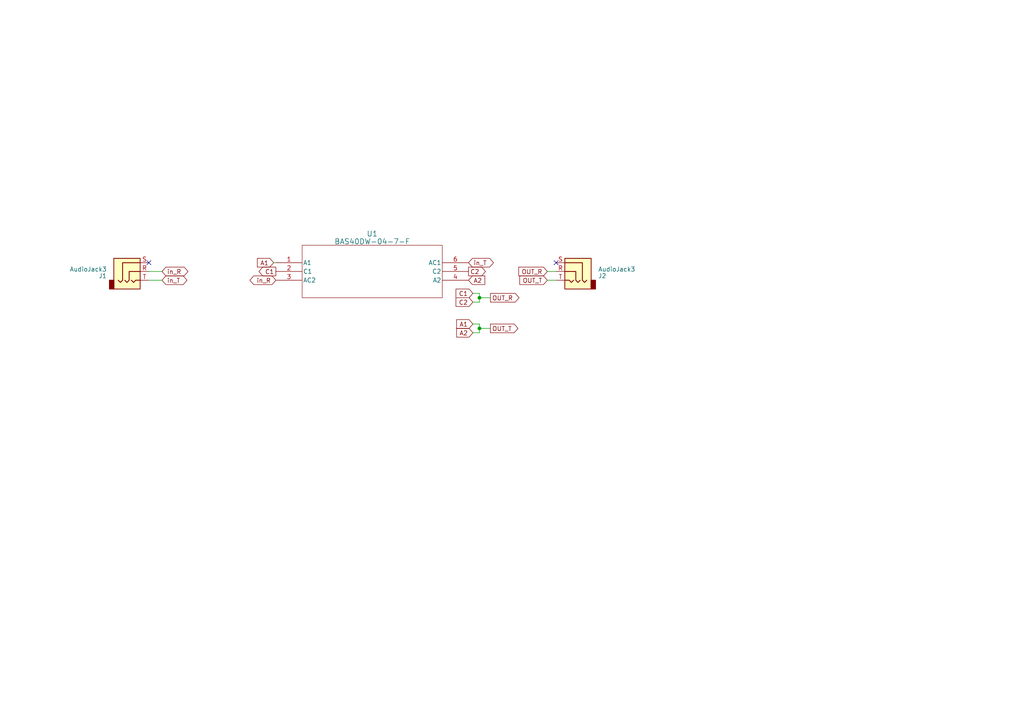
<source format=kicad_sch>
(kicad_sch (version 20230121) (generator eeschema)

  (uuid beeea8cc-68fd-4ad4-8b01-7731728d2b9b)

  (paper "A4")

  (lib_symbols
    (symbol "BAS70DW-04:BAS70DW-04-7-F" (pin_names (offset 0.254)) (in_bom yes) (on_board yes)
      (property "Reference" "U" (at 27.94 10.16 0)
        (effects (font (size 1.524 1.524)))
      )
      (property "Value" "BAS70DW-04-7-F" (at 27.94 7.62 0)
        (effects (font (size 1.524 1.524)))
      )
      (property "Footprint" "SOT-363_DIO" (at 0 0 0)
        (effects (font (size 1.27 1.27) italic) hide)
      )
      (property "Datasheet" "BAS70DW-04-7-F" (at 0 0 0)
        (effects (font (size 1.27 1.27) italic) hide)
      )
      (property "ki_locked" "" (at 0 0 0)
        (effects (font (size 1.27 1.27)))
      )
      (property "ki_keywords" "BAS70DW-04-7-F" (at 0 0 0)
        (effects (font (size 1.27 1.27)) hide)
      )
      (property "ki_fp_filters" "SOT-363_DIO" (at 0 0 0)
        (effects (font (size 1.27 1.27)) hide)
      )
      (symbol "BAS70DW-04-7-F_0_1"
        (polyline
          (pts
            (xy 7.62 -10.16)
            (xy 48.26 -10.16)
          )
          (stroke (width 0.127) (type default))
          (fill (type none))
        )
        (polyline
          (pts
            (xy 7.62 5.08)
            (xy 7.62 -10.16)
          )
          (stroke (width 0.127) (type default))
          (fill (type none))
        )
        (polyline
          (pts
            (xy 48.26 -10.16)
            (xy 48.26 5.08)
          )
          (stroke (width 0.127) (type default))
          (fill (type none))
        )
        (polyline
          (pts
            (xy 48.26 5.08)
            (xy 7.62 5.08)
          )
          (stroke (width 0.127) (type default))
          (fill (type none))
        )
        (pin unspecified line (at 0 0 0) (length 7.62)
          (name "A1" (effects (font (size 1.27 1.27))))
          (number "1" (effects (font (size 1.27 1.27))))
        )
        (pin unspecified line (at 0 -2.54 0) (length 7.62)
          (name "C1" (effects (font (size 1.27 1.27))))
          (number "2" (effects (font (size 1.27 1.27))))
        )
        (pin unspecified line (at 0 -5.08 0) (length 7.62)
          (name "AC2" (effects (font (size 1.27 1.27))))
          (number "3" (effects (font (size 1.27 1.27))))
        )
        (pin unspecified line (at 55.88 -5.08 180) (length 7.62)
          (name "A2" (effects (font (size 1.27 1.27))))
          (number "4" (effects (font (size 1.27 1.27))))
        )
        (pin unspecified line (at 55.88 -2.54 180) (length 7.62)
          (name "C2" (effects (font (size 1.27 1.27))))
          (number "5" (effects (font (size 1.27 1.27))))
        )
        (pin unspecified line (at 55.88 0 180) (length 7.62)
          (name "AC1" (effects (font (size 1.27 1.27))))
          (number "6" (effects (font (size 1.27 1.27))))
        )
      )
    )
    (symbol "Connector_Audio:AudioJack3" (in_bom yes) (on_board yes)
      (property "Reference" "J" (at 0 8.89 0)
        (effects (font (size 1.27 1.27)))
      )
      (property "Value" "AudioJack3" (at 0 6.35 0)
        (effects (font (size 1.27 1.27)))
      )
      (property "Footprint" "" (at 0 0 0)
        (effects (font (size 1.27 1.27)) hide)
      )
      (property "Datasheet" "~" (at 0 0 0)
        (effects (font (size 1.27 1.27)) hide)
      )
      (property "ki_keywords" "audio jack receptacle stereo headphones phones TRS connector" (at 0 0 0)
        (effects (font (size 1.27 1.27)) hide)
      )
      (property "ki_description" "Audio Jack, 3 Poles (Stereo / TRS)" (at 0 0 0)
        (effects (font (size 1.27 1.27)) hide)
      )
      (property "ki_fp_filters" "Jack*" (at 0 0 0)
        (effects (font (size 1.27 1.27)) hide)
      )
      (symbol "AudioJack3_0_1"
        (rectangle (start -5.08 -5.08) (end -6.35 -2.54)
          (stroke (width 0.254) (type default))
          (fill (type outline))
        )
        (polyline
          (pts
            (xy 0 -2.54)
            (xy 0.635 -3.175)
            (xy 1.27 -2.54)
            (xy 2.54 -2.54)
          )
          (stroke (width 0.254) (type default))
          (fill (type none))
        )
        (polyline
          (pts
            (xy -1.905 -2.54)
            (xy -1.27 -3.175)
            (xy -0.635 -2.54)
            (xy -0.635 0)
            (xy 2.54 0)
          )
          (stroke (width 0.254) (type default))
          (fill (type none))
        )
        (polyline
          (pts
            (xy 2.54 2.54)
            (xy -2.54 2.54)
            (xy -2.54 -2.54)
            (xy -3.175 -3.175)
            (xy -3.81 -2.54)
          )
          (stroke (width 0.254) (type default))
          (fill (type none))
        )
        (rectangle (start 2.54 3.81) (end -5.08 -5.08)
          (stroke (width 0.254) (type default))
          (fill (type background))
        )
      )
      (symbol "AudioJack3_1_1"
        (pin passive line (at 5.08 0 180) (length 2.54)
          (name "~" (effects (font (size 1.27 1.27))))
          (number "R" (effects (font (size 1.27 1.27))))
        )
        (pin passive line (at 5.08 2.54 180) (length 2.54)
          (name "~" (effects (font (size 1.27 1.27))))
          (number "S" (effects (font (size 1.27 1.27))))
        )
        (pin passive line (at 5.08 -2.54 180) (length 2.54)
          (name "~" (effects (font (size 1.27 1.27))))
          (number "T" (effects (font (size 1.27 1.27))))
        )
      )
    )
  )

  (junction (at 139.065 86.36) (diameter 0) (color 0 0 0 0)
    (uuid 6a81c1d9-8d3c-4a5d-9f2f-96ebc7293f2b)
  )
  (junction (at 139.065 95.25) (diameter 0) (color 0 0 0 0)
    (uuid 8bca3077-8c81-4cda-950f-5f2e4f5acdef)
  )

  (no_connect (at 43.18 76.2) (uuid 78f425ce-109b-44b2-b0cf-454decfb012a))
  (no_connect (at 161.29 76.2) (uuid faf54336-afbb-44d1-8d02-ba21520a43ae))

  (wire (pts (xy 137.16 96.52) (xy 139.065 96.52))
    (stroke (width 0) (type default))
    (uuid 024b97f0-ea0b-4fbd-8fff-73105d0d6c4c)
  )
  (wire (pts (xy 158.75 81.28) (xy 161.29 81.28))
    (stroke (width 0) (type default))
    (uuid 1943b3cc-384d-4338-b0e0-669293f392c7)
  )
  (wire (pts (xy 79.375 76.2) (xy 80.01 76.2))
    (stroke (width 0) (type default))
    (uuid 42685cf3-62f2-4023-aba5-272c48e0ef49)
  )
  (wire (pts (xy 139.065 95.25) (xy 142.24 95.25))
    (stroke (width 0) (type default))
    (uuid 57e7f181-cc7e-49b1-9fe6-1cdd60cd40b1)
  )
  (wire (pts (xy 139.065 87.63) (xy 139.065 86.36))
    (stroke (width 0) (type default))
    (uuid 5c421213-d0cc-4735-adcc-b08e78e40374)
  )
  (wire (pts (xy 139.065 85.09) (xy 139.065 86.36))
    (stroke (width 0) (type default))
    (uuid 7b5633f7-6a73-4bce-b466-196c80b239c9)
  )
  (wire (pts (xy 139.065 86.36) (xy 142.24 86.36))
    (stroke (width 0) (type default))
    (uuid 80a5750c-7e38-43a4-b518-27dfb1901738)
  )
  (wire (pts (xy 139.065 96.52) (xy 139.065 95.25))
    (stroke (width 0) (type default))
    (uuid a294c3c0-4397-4262-ae00-802395fb9488)
  )
  (wire (pts (xy 139.065 93.98) (xy 139.065 95.25))
    (stroke (width 0) (type default))
    (uuid a2e3a8d6-695b-442b-a72a-bde223ecab5f)
  )
  (wire (pts (xy 43.18 81.28) (xy 46.99 81.28))
    (stroke (width 0) (type default))
    (uuid a840e9d5-4ecc-4712-84fa-1c51a29c24c2)
  )
  (wire (pts (xy 43.18 78.74) (xy 46.99 78.74))
    (stroke (width 0) (type default))
    (uuid d626c997-224e-4795-b948-52d31ab92bbc)
  )
  (wire (pts (xy 158.75 78.74) (xy 161.29 78.74))
    (stroke (width 0) (type default))
    (uuid e0ea06a3-6321-40dc-a9cd-d18b3cd66c98)
  )
  (wire (pts (xy 137.16 87.63) (xy 139.065 87.63))
    (stroke (width 0) (type default))
    (uuid e5fb5f3a-79b8-4cdd-af2c-538928baa550)
  )
  (wire (pts (xy 137.16 85.09) (xy 139.065 85.09))
    (stroke (width 0) (type default))
    (uuid e6fbb167-381f-4b88-803b-6b0bca7203d3)
  )
  (wire (pts (xy 137.16 93.98) (xy 139.065 93.98))
    (stroke (width 0) (type default))
    (uuid e84b7fbb-9b84-4eb5-b278-6a80e430e55d)
  )

  (global_label "A1" (shape input) (at 137.16 93.98 180) (fields_autoplaced)
    (effects (font (size 1.27 1.27)) (justify right))
    (uuid 0194ae28-d7e6-47bd-874c-8d4a25df3e89)
    (property "Intersheetrefs" "${INTERSHEET_REFS}" (at 131.9561 93.98 0)
      (effects (font (size 1.27 1.27)) (justify right) hide)
    )
  )
  (global_label "C2" (shape output) (at 135.89 78.74 0) (fields_autoplaced)
    (effects (font (size 1.27 1.27)) (justify left))
    (uuid 07512f57-9475-4c03-bb5b-01a82cc86ab5)
    (property "Intersheetrefs" "${INTERSHEET_REFS}" (at 141.2753 78.74 0)
      (effects (font (size 1.27 1.27)) (justify left) hide)
    )
  )
  (global_label "C2" (shape input) (at 137.16 87.63 180) (fields_autoplaced)
    (effects (font (size 1.27 1.27)) (justify right))
    (uuid 120ab4fe-fe4a-465b-b011-af7f63333200)
    (property "Intersheetrefs" "${INTERSHEET_REFS}" (at 131.7747 87.63 0)
      (effects (font (size 1.27 1.27)) (justify right) hide)
    )
  )
  (global_label "OUT_T" (shape output) (at 142.24 95.25 0) (fields_autoplaced)
    (effects (font (size 1.27 1.27)) (justify left))
    (uuid 238e3a76-4ff8-4559-b6fa-77e68668beea)
    (property "Intersheetrefs" "${INTERSHEET_REFS}" (at 150.7096 95.25 0)
      (effects (font (size 1.27 1.27)) (justify left) hide)
    )
  )
  (global_label "OUT_T" (shape input) (at 158.75 81.28 180) (fields_autoplaced)
    (effects (font (size 1.27 1.27)) (justify right))
    (uuid 244ffb48-29e6-445a-bdd5-a2a3b15b60ee)
    (property "Intersheetrefs" "${INTERSHEET_REFS}" (at 150.2804 81.28 0)
      (effects (font (size 1.27 1.27)) (justify right) hide)
    )
  )
  (global_label "A2" (shape input) (at 135.89 81.28 0) (fields_autoplaced)
    (effects (font (size 1.27 1.27)) (justify left))
    (uuid 2982a3af-b87d-4002-8ad2-285e93979c74)
    (property "Intersheetrefs" "${INTERSHEET_REFS}" (at 141.0939 81.28 0)
      (effects (font (size 1.27 1.27)) (justify left) hide)
    )
  )
  (global_label "A2" (shape input) (at 137.16 96.52 180) (fields_autoplaced)
    (effects (font (size 1.27 1.27)) (justify right))
    (uuid 2a0f0c6c-9d81-4848-bf4b-ba296482cb3c)
    (property "Intersheetrefs" "${INTERSHEET_REFS}" (at 131.9561 96.52 0)
      (effects (font (size 1.27 1.27)) (justify right) hide)
    )
  )
  (global_label "in_R" (shape bidirectional) (at 46.99 78.74 0) (fields_autoplaced)
    (effects (font (size 1.27 1.27)) (justify left))
    (uuid 32b2eec5-e85a-4cf3-ae1c-bc66b499b496)
    (property "Intersheetrefs" "${INTERSHEET_REFS}" (at 54.9985 78.74 0)
      (effects (font (size 1.27 1.27)) (justify left) hide)
    )
  )
  (global_label "C1" (shape input) (at 137.16 85.09 180) (fields_autoplaced)
    (effects (font (size 1.27 1.27)) (justify right))
    (uuid 54abe0ae-b539-4a5d-a1a9-e0f0aa1ef944)
    (property "Intersheetrefs" "${INTERSHEET_REFS}" (at 131.7747 85.09 0)
      (effects (font (size 1.27 1.27)) (justify right) hide)
    )
  )
  (global_label "in_R" (shape bidirectional) (at 80.01 81.28 180) (fields_autoplaced)
    (effects (font (size 1.27 1.27)) (justify right))
    (uuid 7c438276-0313-40c1-98e8-6aff0288e14c)
    (property "Intersheetrefs" "${INTERSHEET_REFS}" (at 72.0015 81.28 0)
      (effects (font (size 1.27 1.27)) (justify right) hide)
    )
  )
  (global_label "OUT_R" (shape output) (at 142.24 86.36 0) (fields_autoplaced)
    (effects (font (size 1.27 1.27)) (justify left))
    (uuid b0fc90b0-fa94-4f0a-ab81-0b3327f1e17d)
    (property "Intersheetrefs" "${INTERSHEET_REFS}" (at 151.012 86.36 0)
      (effects (font (size 1.27 1.27)) (justify left) hide)
    )
  )
  (global_label "in_T" (shape bidirectional) (at 46.99 81.28 0) (fields_autoplaced)
    (effects (font (size 1.27 1.27)) (justify left))
    (uuid c1348147-f548-463c-ac84-46467f79c2f7)
    (property "Intersheetrefs" "${INTERSHEET_REFS}" (at 54.6961 81.28 0)
      (effects (font (size 1.27 1.27)) (justify left) hide)
    )
  )
  (global_label "OUT_R" (shape input) (at 158.75 78.74 180) (fields_autoplaced)
    (effects (font (size 1.27 1.27)) (justify right))
    (uuid c8c97264-ace5-4557-8999-a2684508c123)
    (property "Intersheetrefs" "${INTERSHEET_REFS}" (at 149.978 78.74 0)
      (effects (font (size 1.27 1.27)) (justify right) hide)
    )
  )
  (global_label "in_T" (shape bidirectional) (at 135.89 76.2 0) (fields_autoplaced)
    (effects (font (size 1.27 1.27)) (justify left))
    (uuid d2de7a46-35ba-40b2-9188-1722ec4ba45c)
    (property "Intersheetrefs" "${INTERSHEET_REFS}" (at 143.5961 76.2 0)
      (effects (font (size 1.27 1.27)) (justify left) hide)
    )
  )
  (global_label "C1" (shape output) (at 80.01 78.74 180) (fields_autoplaced)
    (effects (font (size 1.27 1.27)) (justify right))
    (uuid dbd4bb29-cad9-4d42-b157-496142554c7b)
    (property "Intersheetrefs" "${INTERSHEET_REFS}" (at 74.6247 78.74 0)
      (effects (font (size 1.27 1.27)) (justify right) hide)
    )
  )
  (global_label "A1" (shape input) (at 79.375 76.2 180) (fields_autoplaced)
    (effects (font (size 1.27 1.27)) (justify right))
    (uuid dc3c4d5e-00b4-43d5-ad38-e1a926ca5686)
    (property "Intersheetrefs" "${INTERSHEET_REFS}" (at 74.1711 76.2 0)
      (effects (font (size 1.27 1.27)) (justify right) hide)
    )
  )

  (symbol (lib_id "BAS70DW-04:BAS70DW-04-7-F") (at 80.01 76.2 0) (unit 1)
    (in_bom yes) (on_board yes) (dnp no) (fields_autoplaced)
    (uuid 2a74517b-2ac9-43bd-bbb9-6c3b84595f6f)
    (property "Reference" "U1" (at 107.95 67.8004 0)
      (effects (font (size 1.524 1.524)))
    )
    (property "Value" "BAS40DW-04-7-F" (at 107.95 70.0546 0)
      (effects (font (size 1.524 1.524)))
    )
    (property "Footprint" "ultra_librarian:SOT-363_DIO" (at 80.01 76.2 0)
      (effects (font (size 1.27 1.27) italic) hide)
    )
    (property "Datasheet" "BAS70DW-04-7-F" (at 80.01 76.2 0)
      (effects (font (size 1.27 1.27) italic) hide)
    )
    (property "LCSC" "C134364" (at 80.01 76.2 0)
      (effects (font (size 1.27 1.27)) hide)
    )
    (pin "1" (uuid 267b3982-e024-40da-addd-e005ede72ac4))
    (pin "2" (uuid 6358ff1e-8ca1-434b-8b12-a6b0b3c87c10))
    (pin "3" (uuid 0b03bc9c-a25a-4300-9c8f-8b19a52b889c))
    (pin "4" (uuid 19943842-0607-41b1-8257-e2f18b9777e9))
    (pin "5" (uuid 94980172-a70e-4e4f-8ffb-358612a5c800))
    (pin "6" (uuid f0e463f2-d9b6-4138-baa8-c4b9597877e4))
    (instances
      (project "zettai_typeA_chan"
        (path "/beeea8cc-68fd-4ad4-8b01-7731728d2b9b"
          (reference "U1") (unit 1)
        )
      )
    )
  )

  (symbol (lib_id "Connector_Audio:AudioJack3") (at 166.37 78.74 0) (mirror y) (unit 1)
    (in_bom yes) (on_board yes) (dnp no)
    (uuid bc239240-9565-45c2-a5cf-61e12f8b7525)
    (property "Reference" "J2" (at 173.482 80.0187 0)
      (effects (font (size 1.27 1.27)) (justify right))
    )
    (property "Value" "AudioJack3" (at 173.482 78.0977 0)
      (effects (font (size 1.27 1.27)) (justify right))
    )
    (property "Footprint" "my_footprint:3.5mm_Stereo_TRS_PJ-3210-4A_and_ST-005-G" (at 166.37 78.74 0)
      (effects (font (size 1.27 1.27)) hide)
    )
    (property "Datasheet" "~" (at 166.37 78.74 0)
      (effects (font (size 1.27 1.27)) hide)
    )
    (property "LCSC" "C136686" (at 166.37 78.74 0)
      (effects (font (size 1.27 1.27)) hide)
    )
    (pin "R" (uuid 45baf96a-4b84-470b-afbc-ef44cddceba1))
    (pin "S" (uuid 0aee16b7-095c-4638-ad91-88cbe4f81990))
    (pin "T" (uuid 1d604054-8225-43e3-b5d2-00dfa9c50b31))
    (instances
      (project "zettai_typeA_chan"
        (path "/beeea8cc-68fd-4ad4-8b01-7731728d2b9b"
          (reference "J2") (unit 1)
        )
      )
    )
  )

  (symbol (lib_id "Connector_Audio:AudioJack3") (at 38.1 78.74 0) (unit 1)
    (in_bom yes) (on_board yes) (dnp no)
    (uuid e607ffe6-9f0f-42e6-914f-a4f86ed8ff45)
    (property "Reference" "J1" (at 30.988 80.0187 0)
      (effects (font (size 1.27 1.27)) (justify right))
    )
    (property "Value" "AudioJack3" (at 30.988 78.0977 0)
      (effects (font (size 1.27 1.27)) (justify right))
    )
    (property "Footprint" "my_footprint:3.5mm_Stereo_TRS_PJ-3210-4A_and_ST-005-G" (at 38.1 78.74 0)
      (effects (font (size 1.27 1.27)) hide)
    )
    (property "Datasheet" "~" (at 38.1 78.74 0)
      (effects (font (size 1.27 1.27)) hide)
    )
    (property "LCSC" "C136686" (at 38.1 78.74 0)
      (effects (font (size 1.27 1.27)) hide)
    )
    (property "フィールド5" "" (at 38.1 78.74 0)
      (effects (font (size 1.27 1.27)) hide)
    )
    (pin "R" (uuid 763f835f-f274-4e2f-a69b-5951fe735375))
    (pin "S" (uuid 2c52e7fb-0150-4528-8ede-156f9733685b))
    (pin "T" (uuid 9f272d0d-89b1-439a-a813-2ac36c61a403))
    (instances
      (project "zettai_typeA_chan"
        (path "/beeea8cc-68fd-4ad4-8b01-7731728d2b9b"
          (reference "J1") (unit 1)
        )
      )
    )
  )

  (sheet_instances
    (path "/" (page "1"))
  )
)

</source>
